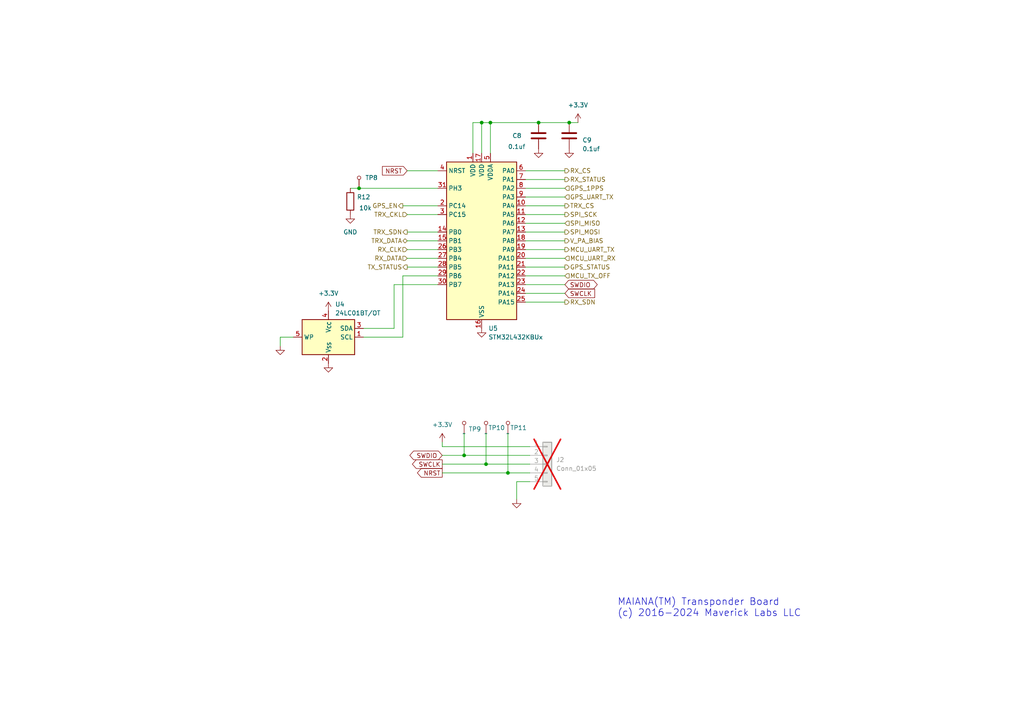
<source format=kicad_sch>
(kicad_sch
	(version 20231120)
	(generator "eeschema")
	(generator_version "8.0")
	(uuid "76d81f3b-8c90-4993-b8c9-9b8cb6759a8f")
	(paper "A4")
	(title_block
		(title "MCU")
		(date "2025-05-28")
		(rev "11.9.2")
		(company "GBC.ro")
	)
	(lib_symbols
		(symbol "Connector_Generic:Conn_01x05"
			(pin_names
				(offset 1.016) hide)
			(exclude_from_sim no)
			(in_bom yes)
			(on_board yes)
			(property "Reference" "J"
				(at 0 7.62 0)
				(effects
					(font
						(size 1.27 1.27)
					)
				)
			)
			(property "Value" "Conn_01x05"
				(at 0 -7.62 0)
				(effects
					(font
						(size 1.27 1.27)
					)
				)
			)
			(property "Footprint" ""
				(at 0 0 0)
				(effects
					(font
						(size 1.27 1.27)
					)
					(hide yes)
				)
			)
			(property "Datasheet" "~"
				(at 0 0 0)
				(effects
					(font
						(size 1.27 1.27)
					)
					(hide yes)
				)
			)
			(property "Description" "Generic connector, single row, 01x05, script generated (kicad-library-utils/schlib/autogen/connector/)"
				(at 0 0 0)
				(effects
					(font
						(size 1.27 1.27)
					)
					(hide yes)
				)
			)
			(property "ki_keywords" "connector"
				(at 0 0 0)
				(effects
					(font
						(size 1.27 1.27)
					)
					(hide yes)
				)
			)
			(property "ki_fp_filters" "Connector*:*_1x??_*"
				(at 0 0 0)
				(effects
					(font
						(size 1.27 1.27)
					)
					(hide yes)
				)
			)
			(symbol "Conn_01x05_1_1"
				(rectangle
					(start -1.27 -4.953)
					(end 0 -5.207)
					(stroke
						(width 0.1524)
						(type default)
					)
					(fill
						(type none)
					)
				)
				(rectangle
					(start -1.27 -2.413)
					(end 0 -2.667)
					(stroke
						(width 0.1524)
						(type default)
					)
					(fill
						(type none)
					)
				)
				(rectangle
					(start -1.27 0.127)
					(end 0 -0.127)
					(stroke
						(width 0.1524)
						(type default)
					)
					(fill
						(type none)
					)
				)
				(rectangle
					(start -1.27 2.667)
					(end 0 2.413)
					(stroke
						(width 0.1524)
						(type default)
					)
					(fill
						(type none)
					)
				)
				(rectangle
					(start -1.27 5.207)
					(end 0 4.953)
					(stroke
						(width 0.1524)
						(type default)
					)
					(fill
						(type none)
					)
				)
				(rectangle
					(start -1.27 6.35)
					(end 1.27 -6.35)
					(stroke
						(width 0.254)
						(type default)
					)
					(fill
						(type background)
					)
				)
				(pin passive line
					(at -5.08 5.08 0)
					(length 3.81)
					(name "Pin_1"
						(effects
							(font
								(size 1.27 1.27)
							)
						)
					)
					(number "1"
						(effects
							(font
								(size 1.27 1.27)
							)
						)
					)
				)
				(pin passive line
					(at -5.08 2.54 0)
					(length 3.81)
					(name "Pin_2"
						(effects
							(font
								(size 1.27 1.27)
							)
						)
					)
					(number "2"
						(effects
							(font
								(size 1.27 1.27)
							)
						)
					)
				)
				(pin passive line
					(at -5.08 0 0)
					(length 3.81)
					(name "Pin_3"
						(effects
							(font
								(size 1.27 1.27)
							)
						)
					)
					(number "3"
						(effects
							(font
								(size 1.27 1.27)
							)
						)
					)
				)
				(pin passive line
					(at -5.08 -2.54 0)
					(length 3.81)
					(name "Pin_4"
						(effects
							(font
								(size 1.27 1.27)
							)
						)
					)
					(number "4"
						(effects
							(font
								(size 1.27 1.27)
							)
						)
					)
				)
				(pin passive line
					(at -5.08 -5.08 0)
					(length 3.81)
					(name "Pin_5"
						(effects
							(font
								(size 1.27 1.27)
							)
						)
					)
					(number "5"
						(effects
							(font
								(size 1.27 1.27)
							)
						)
					)
				)
			)
		)
		(symbol "Device:C"
			(pin_numbers hide)
			(pin_names
				(offset 0.254)
			)
			(exclude_from_sim no)
			(in_bom yes)
			(on_board yes)
			(property "Reference" "C"
				(at 0.635 2.54 0)
				(effects
					(font
						(size 1.27 1.27)
					)
					(justify left)
				)
			)
			(property "Value" "C"
				(at 0.635 -2.54 0)
				(effects
					(font
						(size 1.27 1.27)
					)
					(justify left)
				)
			)
			(property "Footprint" ""
				(at 0.9652 -3.81 0)
				(effects
					(font
						(size 1.27 1.27)
					)
					(hide yes)
				)
			)
			(property "Datasheet" "~"
				(at 0 0 0)
				(effects
					(font
						(size 1.27 1.27)
					)
					(hide yes)
				)
			)
			(property "Description" "Unpolarized capacitor"
				(at 0 0 0)
				(effects
					(font
						(size 1.27 1.27)
					)
					(hide yes)
				)
			)
			(property "ki_keywords" "cap capacitor"
				(at 0 0 0)
				(effects
					(font
						(size 1.27 1.27)
					)
					(hide yes)
				)
			)
			(property "ki_fp_filters" "C_*"
				(at 0 0 0)
				(effects
					(font
						(size 1.27 1.27)
					)
					(hide yes)
				)
			)
			(symbol "C_0_1"
				(polyline
					(pts
						(xy -2.032 -0.762) (xy 2.032 -0.762)
					)
					(stroke
						(width 0.508)
						(type default)
					)
					(fill
						(type none)
					)
				)
				(polyline
					(pts
						(xy -2.032 0.762) (xy 2.032 0.762)
					)
					(stroke
						(width 0.508)
						(type default)
					)
					(fill
						(type none)
					)
				)
			)
			(symbol "C_1_1"
				(pin passive line
					(at 0 3.81 270)
					(length 2.794)
					(name "~"
						(effects
							(font
								(size 1.27 1.27)
							)
						)
					)
					(number "1"
						(effects
							(font
								(size 1.27 1.27)
							)
						)
					)
				)
				(pin passive line
					(at 0 -3.81 90)
					(length 2.794)
					(name "~"
						(effects
							(font
								(size 1.27 1.27)
							)
						)
					)
					(number "2"
						(effects
							(font
								(size 1.27 1.27)
							)
						)
					)
				)
			)
		)
		(symbol "Device:R"
			(pin_numbers hide)
			(pin_names
				(offset 0)
			)
			(exclude_from_sim no)
			(in_bom yes)
			(on_board yes)
			(property "Reference" "R"
				(at 2.032 0 90)
				(effects
					(font
						(size 1.27 1.27)
					)
				)
			)
			(property "Value" "R"
				(at 0 0 90)
				(effects
					(font
						(size 1.27 1.27)
					)
				)
			)
			(property "Footprint" ""
				(at -1.778 0 90)
				(effects
					(font
						(size 1.27 1.27)
					)
					(hide yes)
				)
			)
			(property "Datasheet" "~"
				(at 0 0 0)
				(effects
					(font
						(size 1.27 1.27)
					)
					(hide yes)
				)
			)
			(property "Description" "Resistor"
				(at 0 0 0)
				(effects
					(font
						(size 1.27 1.27)
					)
					(hide yes)
				)
			)
			(property "ki_keywords" "R res resistor"
				(at 0 0 0)
				(effects
					(font
						(size 1.27 1.27)
					)
					(hide yes)
				)
			)
			(property "ki_fp_filters" "R_*"
				(at 0 0 0)
				(effects
					(font
						(size 1.27 1.27)
					)
					(hide yes)
				)
			)
			(symbol "R_0_1"
				(rectangle
					(start -1.016 -2.54)
					(end 1.016 2.54)
					(stroke
						(width 0.254)
						(type default)
					)
					(fill
						(type none)
					)
				)
			)
			(symbol "R_1_1"
				(pin passive line
					(at 0 3.81 270)
					(length 1.27)
					(name "~"
						(effects
							(font
								(size 1.27 1.27)
							)
						)
					)
					(number "1"
						(effects
							(font
								(size 1.27 1.27)
							)
						)
					)
				)
				(pin passive line
					(at 0 -3.81 90)
					(length 1.27)
					(name "~"
						(effects
							(font
								(size 1.27 1.27)
							)
						)
					)
					(number "2"
						(effects
							(font
								(size 1.27 1.27)
							)
						)
					)
				)
			)
		)
		(symbol "MCU_ST_STM32L4:STM32L432KBUx"
			(exclude_from_sim no)
			(in_bom yes)
			(on_board yes)
			(property "Reference" "U"
				(at -10.16 24.13 0)
				(effects
					(font
						(size 1.27 1.27)
					)
					(justify left)
				)
			)
			(property "Value" "STM32L432KBUx"
				(at 5.08 24.13 0)
				(effects
					(font
						(size 1.27 1.27)
					)
					(justify left)
				)
			)
			(property "Footprint" "Package_DFN_QFN:QFN-32-1EP_5x5mm_P0.5mm_EP3.45x3.45mm"
				(at -10.16 -22.86 0)
				(effects
					(font
						(size 1.27 1.27)
					)
					(justify right)
					(hide yes)
				)
			)
			(property "Datasheet" "https://www.st.com/resource/en/datasheet/stm32l432kb.pdf"
				(at 0 0 0)
				(effects
					(font
						(size 1.27 1.27)
					)
					(hide yes)
				)
			)
			(property "Description" "STMicroelectronics Arm Cortex-M4 MCU, 128KB flash, 64KB RAM, 80 MHz, 1.71-3.6V, 26 GPIO, UFQFPN32"
				(at 0 0 0)
				(effects
					(font
						(size 1.27 1.27)
					)
					(hide yes)
				)
			)
			(property "ki_locked" ""
				(at 0 0 0)
				(effects
					(font
						(size 1.27 1.27)
					)
				)
			)
			(property "ki_keywords" "Arm Cortex-M4 STM32L4 STM32L4x2"
				(at 0 0 0)
				(effects
					(font
						(size 1.27 1.27)
					)
					(hide yes)
				)
			)
			(property "ki_fp_filters" "QFN*1EP*5x5mm*P0.5mm*"
				(at 0 0 0)
				(effects
					(font
						(size 1.27 1.27)
					)
					(hide yes)
				)
			)
			(symbol "STM32L432KBUx_0_1"
				(rectangle
					(start -10.16 -22.86)
					(end 10.16 22.86)
					(stroke
						(width 0.254)
						(type default)
					)
					(fill
						(type background)
					)
				)
			)
			(symbol "STM32L432KBUx_1_1"
				(pin power_in line
					(at -2.54 25.4 270)
					(length 2.54)
					(name "VDD"
						(effects
							(font
								(size 1.27 1.27)
							)
						)
					)
					(number "1"
						(effects
							(font
								(size 1.27 1.27)
							)
						)
					)
				)
				(pin bidirectional line
					(at 12.7 10.16 180)
					(length 2.54)
					(name "PA4"
						(effects
							(font
								(size 1.27 1.27)
							)
						)
					)
					(number "10"
						(effects
							(font
								(size 1.27 1.27)
							)
						)
					)
					(alternate "ADC1_IN9" bidirectional line)
					(alternate "COMP1_INM" bidirectional line)
					(alternate "COMP2_INM" bidirectional line)
					(alternate "DAC1_OUT1" bidirectional line)
					(alternate "LPTIM2_OUT" bidirectional line)
					(alternate "SAI1_FS_B" bidirectional line)
					(alternate "SPI1_NSS" bidirectional line)
					(alternate "SPI3_NSS" bidirectional line)
					(alternate "USART2_CK" bidirectional line)
				)
				(pin bidirectional line
					(at 12.7 7.62 180)
					(length 2.54)
					(name "PA5"
						(effects
							(font
								(size 1.27 1.27)
							)
						)
					)
					(number "11"
						(effects
							(font
								(size 1.27 1.27)
							)
						)
					)
					(alternate "ADC1_IN10" bidirectional line)
					(alternate "COMP1_INM" bidirectional line)
					(alternate "COMP2_INM" bidirectional line)
					(alternate "DAC1_OUT2" bidirectional line)
					(alternate "LPTIM2_ETR" bidirectional line)
					(alternate "SPI1_SCK" bidirectional line)
					(alternate "TIM2_CH1" bidirectional line)
					(alternate "TIM2_ETR" bidirectional line)
				)
				(pin bidirectional line
					(at 12.7 5.08 180)
					(length 2.54)
					(name "PA6"
						(effects
							(font
								(size 1.27 1.27)
							)
						)
					)
					(number "12"
						(effects
							(font
								(size 1.27 1.27)
							)
						)
					)
					(alternate "ADC1_IN11" bidirectional line)
					(alternate "COMP1_OUT" bidirectional line)
					(alternate "LPUART1_CTS" bidirectional line)
					(alternate "QUADSPI_BK1_IO3" bidirectional line)
					(alternate "SPI1_MISO" bidirectional line)
					(alternate "TIM16_CH1" bidirectional line)
					(alternate "TIM1_BKIN" bidirectional line)
					(alternate "TIM1_BKIN_COMP2" bidirectional line)
				)
				(pin bidirectional line
					(at 12.7 2.54 180)
					(length 2.54)
					(name "PA7"
						(effects
							(font
								(size 1.27 1.27)
							)
						)
					)
					(number "13"
						(effects
							(font
								(size 1.27 1.27)
							)
						)
					)
					(alternate "ADC1_IN12" bidirectional line)
					(alternate "COMP2_OUT" bidirectional line)
					(alternate "I2C3_SCL" bidirectional line)
					(alternate "QUADSPI_BK1_IO2" bidirectional line)
					(alternate "SPI1_MOSI" bidirectional line)
					(alternate "TIM1_CH1N" bidirectional line)
				)
				(pin bidirectional line
					(at -12.7 2.54 0)
					(length 2.54)
					(name "PB0"
						(effects
							(font
								(size 1.27 1.27)
							)
						)
					)
					(number "14"
						(effects
							(font
								(size 1.27 1.27)
							)
						)
					)
					(alternate "ADC1_IN15" bidirectional line)
					(alternate "COMP1_OUT" bidirectional line)
					(alternate "QUADSPI_BK1_IO1" bidirectional line)
					(alternate "SAI1_EXTCLK" bidirectional line)
					(alternate "SPI1_NSS" bidirectional line)
					(alternate "TIM1_CH2N" bidirectional line)
				)
				(pin bidirectional line
					(at -12.7 0 0)
					(length 2.54)
					(name "PB1"
						(effects
							(font
								(size 1.27 1.27)
							)
						)
					)
					(number "15"
						(effects
							(font
								(size 1.27 1.27)
							)
						)
					)
					(alternate "ADC1_IN16" bidirectional line)
					(alternate "COMP1_INM" bidirectional line)
					(alternate "LPTIM2_IN1" bidirectional line)
					(alternate "LPUART1_DE" bidirectional line)
					(alternate "LPUART1_RTS" bidirectional line)
					(alternate "QUADSPI_BK1_IO0" bidirectional line)
					(alternate "TIM1_CH3N" bidirectional line)
				)
				(pin power_in line
					(at 0 -25.4 90)
					(length 2.54)
					(name "VSS"
						(effects
							(font
								(size 1.27 1.27)
							)
						)
					)
					(number "16"
						(effects
							(font
								(size 1.27 1.27)
							)
						)
					)
				)
				(pin power_in line
					(at 0 25.4 270)
					(length 2.54)
					(name "VDD"
						(effects
							(font
								(size 1.27 1.27)
							)
						)
					)
					(number "17"
						(effects
							(font
								(size 1.27 1.27)
							)
						)
					)
				)
				(pin bidirectional line
					(at 12.7 0 180)
					(length 2.54)
					(name "PA8"
						(effects
							(font
								(size 1.27 1.27)
							)
						)
					)
					(number "18"
						(effects
							(font
								(size 1.27 1.27)
							)
						)
					)
					(alternate "LPTIM2_OUT" bidirectional line)
					(alternate "RCC_MCO" bidirectional line)
					(alternate "SAI1_SCK_A" bidirectional line)
					(alternate "SWPMI1_IO" bidirectional line)
					(alternate "TIM1_CH1" bidirectional line)
					(alternate "USART1_CK" bidirectional line)
				)
				(pin bidirectional line
					(at 12.7 -2.54 180)
					(length 2.54)
					(name "PA9"
						(effects
							(font
								(size 1.27 1.27)
							)
						)
					)
					(number "19"
						(effects
							(font
								(size 1.27 1.27)
							)
						)
					)
					(alternate "DAC1_EXTI9" bidirectional line)
					(alternate "I2C1_SCL" bidirectional line)
					(alternate "SAI1_FS_A" bidirectional line)
					(alternate "TIM15_BKIN" bidirectional line)
					(alternate "TIM1_CH2" bidirectional line)
					(alternate "USART1_TX" bidirectional line)
				)
				(pin bidirectional line
					(at -12.7 10.16 0)
					(length 2.54)
					(name "PC14"
						(effects
							(font
								(size 1.27 1.27)
							)
						)
					)
					(number "2"
						(effects
							(font
								(size 1.27 1.27)
							)
						)
					)
					(alternate "RCC_OSC32_IN" bidirectional line)
				)
				(pin bidirectional line
					(at 12.7 -5.08 180)
					(length 2.54)
					(name "PA10"
						(effects
							(font
								(size 1.27 1.27)
							)
						)
					)
					(number "20"
						(effects
							(font
								(size 1.27 1.27)
							)
						)
					)
					(alternate "CRS_SYNC" bidirectional line)
					(alternate "I2C1_SDA" bidirectional line)
					(alternate "SAI1_SD_A" bidirectional line)
					(alternate "TIM1_CH3" bidirectional line)
					(alternate "USART1_RX" bidirectional line)
				)
				(pin bidirectional line
					(at 12.7 -7.62 180)
					(length 2.54)
					(name "PA11"
						(effects
							(font
								(size 1.27 1.27)
							)
						)
					)
					(number "21"
						(effects
							(font
								(size 1.27 1.27)
							)
						)
					)
					(alternate "ADC1_EXTI11" bidirectional line)
					(alternate "CAN1_RX" bidirectional line)
					(alternate "COMP1_OUT" bidirectional line)
					(alternate "SPI1_MISO" bidirectional line)
					(alternate "TIM1_BKIN2" bidirectional line)
					(alternate "TIM1_BKIN2_COMP1" bidirectional line)
					(alternate "TIM1_CH4" bidirectional line)
					(alternate "USART1_CTS" bidirectional line)
					(alternate "USB_DM" bidirectional line)
				)
				(pin bidirectional line
					(at 12.7 -10.16 180)
					(length 2.54)
					(name "PA12"
						(effects
							(font
								(size 1.27 1.27)
							)
						)
					)
					(number "22"
						(effects
							(font
								(size 1.27 1.27)
							)
						)
					)
					(alternate "CAN1_TX" bidirectional line)
					(alternate "SPI1_MOSI" bidirectional line)
					(alternate "TIM1_ETR" bidirectional line)
					(alternate "USART1_DE" bidirectional line)
					(alternate "USART1_RTS" bidirectional line)
					(alternate "USB_DP" bidirectional line)
				)
				(pin bidirectional line
					(at 12.7 -12.7 180)
					(length 2.54)
					(name "PA13"
						(effects
							(font
								(size 1.27 1.27)
							)
						)
					)
					(number "23"
						(effects
							(font
								(size 1.27 1.27)
							)
						)
					)
					(alternate "IR_OUT" bidirectional line)
					(alternate "SAI1_SD_B" bidirectional line)
					(alternate "SWPMI1_TX" bidirectional line)
					(alternate "SYS_JTMS-SWDIO" bidirectional line)
					(alternate "USB_NOE" bidirectional line)
				)
				(pin bidirectional line
					(at 12.7 -15.24 180)
					(length 2.54)
					(name "PA14"
						(effects
							(font
								(size 1.27 1.27)
							)
						)
					)
					(number "24"
						(effects
							(font
								(size 1.27 1.27)
							)
						)
					)
					(alternate "I2C1_SMBA" bidirectional line)
					(alternate "LPTIM1_OUT" bidirectional line)
					(alternate "SAI1_FS_B" bidirectional line)
					(alternate "SWPMI1_RX" bidirectional line)
					(alternate "SYS_JTCK-SWCLK" bidirectional line)
				)
				(pin bidirectional line
					(at 12.7 -17.78 180)
					(length 2.54)
					(name "PA15"
						(effects
							(font
								(size 1.27 1.27)
							)
						)
					)
					(number "25"
						(effects
							(font
								(size 1.27 1.27)
							)
						)
					)
					(alternate "ADC1_EXTI15" bidirectional line)
					(alternate "SPI1_NSS" bidirectional line)
					(alternate "SPI3_NSS" bidirectional line)
					(alternate "SWPMI1_SUSPEND" bidirectional line)
					(alternate "SYS_JTDI" bidirectional line)
					(alternate "TIM2_CH1" bidirectional line)
					(alternate "TIM2_ETR" bidirectional line)
					(alternate "USART2_RX" bidirectional line)
				)
				(pin bidirectional line
					(at -12.7 -2.54 0)
					(length 2.54)
					(name "PB3"
						(effects
							(font
								(size 1.27 1.27)
							)
						)
					)
					(number "26"
						(effects
							(font
								(size 1.27 1.27)
							)
						)
					)
					(alternate "COMP2_INM" bidirectional line)
					(alternate "SAI1_SCK_B" bidirectional line)
					(alternate "SPI1_SCK" bidirectional line)
					(alternate "SPI3_SCK" bidirectional line)
					(alternate "SYS_JTDO-SWO" bidirectional line)
					(alternate "TIM2_CH2" bidirectional line)
					(alternate "USART1_DE" bidirectional line)
					(alternate "USART1_RTS" bidirectional line)
				)
				(pin bidirectional line
					(at -12.7 -5.08 0)
					(length 2.54)
					(name "PB4"
						(effects
							(font
								(size 1.27 1.27)
							)
						)
					)
					(number "27"
						(effects
							(font
								(size 1.27 1.27)
							)
						)
					)
					(alternate "COMP2_INP" bidirectional line)
					(alternate "I2C3_SDA" bidirectional line)
					(alternate "SAI1_MCLK_B" bidirectional line)
					(alternate "SPI1_MISO" bidirectional line)
					(alternate "SPI3_MISO" bidirectional line)
					(alternate "SYS_JTRST" bidirectional line)
					(alternate "TSC_G2_IO1" bidirectional line)
					(alternate "USART1_CTS" bidirectional line)
				)
				(pin bidirectional line
					(at -12.7 -7.62 0)
					(length 2.54)
					(name "PB5"
						(effects
							(font
								(size 1.27 1.27)
							)
						)
					)
					(number "28"
						(effects
							(font
								(size 1.27 1.27)
							)
						)
					)
					(alternate "COMP2_OUT" bidirectional line)
					(alternate "I2C1_SMBA" bidirectional line)
					(alternate "LPTIM1_IN1" bidirectional line)
					(alternate "SAI1_SD_B" bidirectional line)
					(alternate "SPI1_MOSI" bidirectional line)
					(alternate "SPI3_MOSI" bidirectional line)
					(alternate "TIM16_BKIN" bidirectional line)
					(alternate "TSC_G2_IO2" bidirectional line)
					(alternate "USART1_CK" bidirectional line)
				)
				(pin bidirectional line
					(at -12.7 -10.16 0)
					(length 2.54)
					(name "PB6"
						(effects
							(font
								(size 1.27 1.27)
							)
						)
					)
					(number "29"
						(effects
							(font
								(size 1.27 1.27)
							)
						)
					)
					(alternate "COMP2_INP" bidirectional line)
					(alternate "I2C1_SCL" bidirectional line)
					(alternate "LPTIM1_ETR" bidirectional line)
					(alternate "SAI1_FS_B" bidirectional line)
					(alternate "TIM16_CH1N" bidirectional line)
					(alternate "TSC_G2_IO3" bidirectional line)
					(alternate "USART1_TX" bidirectional line)
				)
				(pin bidirectional line
					(at -12.7 7.62 0)
					(length 2.54)
					(name "PC15"
						(effects
							(font
								(size 1.27 1.27)
							)
						)
					)
					(number "3"
						(effects
							(font
								(size 1.27 1.27)
							)
						)
					)
					(alternate "ADC1_EXTI15" bidirectional line)
					(alternate "RCC_OSC32_OUT" bidirectional line)
				)
				(pin bidirectional line
					(at -12.7 -12.7 0)
					(length 2.54)
					(name "PB7"
						(effects
							(font
								(size 1.27 1.27)
							)
						)
					)
					(number "30"
						(effects
							(font
								(size 1.27 1.27)
							)
						)
					)
					(alternate "COMP2_INM" bidirectional line)
					(alternate "I2C1_SDA" bidirectional line)
					(alternate "LPTIM1_IN2" bidirectional line)
					(alternate "SYS_PVD_IN" bidirectional line)
					(alternate "TSC_G2_IO4" bidirectional line)
					(alternate "USART1_RX" bidirectional line)
				)
				(pin bidirectional line
					(at -12.7 15.24 0)
					(length 2.54)
					(name "PH3"
						(effects
							(font
								(size 1.27 1.27)
							)
						)
					)
					(number "31"
						(effects
							(font
								(size 1.27 1.27)
							)
						)
					)
				)
				(pin passive line
					(at 0 -25.4 90)
					(length 2.54) hide
					(name "VSS"
						(effects
							(font
								(size 1.27 1.27)
							)
						)
					)
					(number "32"
						(effects
							(font
								(size 1.27 1.27)
							)
						)
					)
				)
				(pin passive line
					(at 0 -25.4 90)
					(length 2.54) hide
					(name "VSS"
						(effects
							(font
								(size 1.27 1.27)
							)
						)
					)
					(number "33"
						(effects
							(font
								(size 1.27 1.27)
							)
						)
					)
				)
				(pin input line
					(at -12.7 20.32 0)
					(length 2.54)
					(name "NRST"
						(effects
							(font
								(size 1.27 1.27)
							)
						)
					)
					(number "4"
						(effects
							(font
								(size 1.27 1.27)
							)
						)
					)
				)
				(pin power_in line
					(at 2.54 25.4 270)
					(length 2.54)
					(name "VDDA"
						(effects
							(font
								(size 1.27 1.27)
							)
						)
					)
					(number "5"
						(effects
							(font
								(size 1.27 1.27)
							)
						)
					)
				)
				(pin bidirectional line
					(at 12.7 20.32 180)
					(length 2.54)
					(name "PA0"
						(effects
							(font
								(size 1.27 1.27)
							)
						)
					)
					(number "6"
						(effects
							(font
								(size 1.27 1.27)
							)
						)
					)
					(alternate "ADC1_IN5" bidirectional line)
					(alternate "COMP1_INM" bidirectional line)
					(alternate "COMP1_OUT" bidirectional line)
					(alternate "OPAMP1_VINP" bidirectional line)
					(alternate "RCC_CK_IN" bidirectional line)
					(alternate "RTC_TAMP2" bidirectional line)
					(alternate "SAI1_EXTCLK" bidirectional line)
					(alternate "SYS_WKUP1" bidirectional line)
					(alternate "TIM2_CH1" bidirectional line)
					(alternate "TIM2_ETR" bidirectional line)
					(alternate "USART2_CTS" bidirectional line)
				)
				(pin bidirectional line
					(at 12.7 17.78 180)
					(length 2.54)
					(name "PA1"
						(effects
							(font
								(size 1.27 1.27)
							)
						)
					)
					(number "7"
						(effects
							(font
								(size 1.27 1.27)
							)
						)
					)
					(alternate "ADC1_IN6" bidirectional line)
					(alternate "COMP1_INP" bidirectional line)
					(alternate "I2C1_SMBA" bidirectional line)
					(alternate "OPAMP1_VINM" bidirectional line)
					(alternate "SPI1_SCK" bidirectional line)
					(alternate "TIM15_CH1N" bidirectional line)
					(alternate "TIM2_CH2" bidirectional line)
					(alternate "USART2_DE" bidirectional line)
					(alternate "USART2_RTS" bidirectional line)
				)
				(pin bidirectional line
					(at 12.7 15.24 180)
					(length 2.54)
					(name "PA2"
						(effects
							(font
								(size 1.27 1.27)
							)
						)
					)
					(number "8"
						(effects
							(font
								(size 1.27 1.27)
							)
						)
					)
					(alternate "ADC1_IN7" bidirectional line)
					(alternate "COMP2_INM" bidirectional line)
					(alternate "COMP2_OUT" bidirectional line)
					(alternate "LPUART1_TX" bidirectional line)
					(alternate "QUADSPI_BK1_NCS" bidirectional line)
					(alternate "RCC_LSCO" bidirectional line)
					(alternate "SYS_WKUP4" bidirectional line)
					(alternate "TIM15_CH1" bidirectional line)
					(alternate "TIM2_CH3" bidirectional line)
					(alternate "USART2_TX" bidirectional line)
				)
				(pin bidirectional line
					(at 12.7 12.7 180)
					(length 2.54)
					(name "PA3"
						(effects
							(font
								(size 1.27 1.27)
							)
						)
					)
					(number "9"
						(effects
							(font
								(size 1.27 1.27)
							)
						)
					)
					(alternate "ADC1_IN8" bidirectional line)
					(alternate "COMP2_INP" bidirectional line)
					(alternate "LPUART1_RX" bidirectional line)
					(alternate "OPAMP1_VOUT" bidirectional line)
					(alternate "QUADSPI_CLK" bidirectional line)
					(alternate "SAI1_MCLK_A" bidirectional line)
					(alternate "TIM15_CH2" bidirectional line)
					(alternate "TIM2_CH4" bidirectional line)
					(alternate "USART2_RX" bidirectional line)
				)
			)
		)
		(symbol "Memory_EEPROM:24AA02-OT"
			(exclude_from_sim no)
			(in_bom yes)
			(on_board yes)
			(property "Reference" "U"
				(at -7.62 6.35 0)
				(effects
					(font
						(size 1.27 1.27)
					)
				)
			)
			(property "Value" "24AA02-OT"
				(at 2.54 -6.35 0)
				(effects
					(font
						(size 1.27 1.27)
					)
					(justify left)
				)
			)
			(property "Footprint" "Package_TO_SOT_SMD:SOT-23-5"
				(at 0 0 0)
				(effects
					(font
						(size 1.27 1.27)
					)
					(hide yes)
				)
			)
			(property "Datasheet" "http://ww1.microchip.com/downloads/en/DeviceDoc/21709J.pdf"
				(at 0 0 0)
				(effects
					(font
						(size 1.27 1.27)
					)
					(hide yes)
				)
			)
			(property "Description" "I2C Serial EEPROM, 2Kb, SOT-23"
				(at 0 0 0)
				(effects
					(font
						(size 1.27 1.27)
					)
					(hide yes)
				)
			)
			(property "ki_keywords" "I2C Serial EEPROM"
				(at 0 0 0)
				(effects
					(font
						(size 1.27 1.27)
					)
					(hide yes)
				)
			)
			(property "ki_fp_filters" "SOT?23*"
				(at 0 0 0)
				(effects
					(font
						(size 1.27 1.27)
					)
					(hide yes)
				)
			)
			(symbol "24AA02-OT_1_1"
				(rectangle
					(start -7.62 5.08)
					(end 7.62 -5.08)
					(stroke
						(width 0.254)
						(type default)
					)
					(fill
						(type background)
					)
				)
				(pin input line
					(at 10.16 0 180)
					(length 2.54)
					(name "SCL"
						(effects
							(font
								(size 1.27 1.27)
							)
						)
					)
					(number "1"
						(effects
							(font
								(size 1.27 1.27)
							)
						)
					)
				)
				(pin power_in line
					(at 0 -7.62 90)
					(length 2.54)
					(name "V_{SS}"
						(effects
							(font
								(size 1.27 1.27)
							)
						)
					)
					(number "2"
						(effects
							(font
								(size 1.27 1.27)
							)
						)
					)
				)
				(pin bidirectional line
					(at 10.16 2.54 180)
					(length 2.54)
					(name "SDA"
						(effects
							(font
								(size 1.27 1.27)
							)
						)
					)
					(number "3"
						(effects
							(font
								(size 1.27 1.27)
							)
						)
					)
				)
				(pin power_in line
					(at 0 7.62 270)
					(length 2.54)
					(name "V_{CC}"
						(effects
							(font
								(size 1.27 1.27)
							)
						)
					)
					(number "4"
						(effects
							(font
								(size 1.27 1.27)
							)
						)
					)
				)
				(pin input line
					(at -10.16 0 0)
					(length 2.54)
					(name "WP"
						(effects
							(font
								(size 1.27 1.27)
							)
						)
					)
					(number "5"
						(effects
							(font
								(size 1.27 1.27)
							)
						)
					)
				)
			)
		)
		(symbol "TestPads:TestPad-D1.2mm"
			(exclude_from_sim no)
			(in_bom yes)
			(on_board yes)
			(property "Reference" "TP"
				(at 1.27 4.826 0)
				(effects
					(font
						(size 1.27 1.27)
					)
				)
			)
			(property "Value" ""
				(at 0 0 0)
				(effects
					(font
						(size 1.27 1.27)
					)
				)
			)
			(property "Footprint" "TestPads:TP_1.2MM"
				(at 0 0 0)
				(effects
					(font
						(size 1.27 1.27)
					)
					(hide yes)
				)
			)
			(property "Datasheet" ""
				(at 0 0 0)
				(effects
					(font
						(size 1.27 1.27)
					)
					(hide yes)
				)
			)
			(property "Description" ""
				(at 0 0 0)
				(effects
					(font
						(size 1.27 1.27)
					)
					(hide yes)
				)
			)
			(symbol "TestPad-D1.2mm_0_1"
				(circle
					(center 0 3.048)
					(radius 0.508)
					(stroke
						(width 0)
						(type default)
					)
					(fill
						(type none)
					)
				)
			)
			(symbol "TestPad-D1.2mm_1_1"
				(pin passive line
					(at 0 0 90)
					(length 2.54)
					(name "P"
						(effects
							(font
								(size 0 0)
							)
						)
					)
					(number "1"
						(effects
							(font
								(size 0 0)
							)
						)
					)
				)
			)
		)
		(symbol "power:+3.3V"
			(power)
			(pin_names
				(offset 0)
			)
			(exclude_from_sim no)
			(in_bom yes)
			(on_board yes)
			(property "Reference" "#PWR"
				(at 0 -3.81 0)
				(effects
					(font
						(size 1.27 1.27)
					)
					(hide yes)
				)
			)
			(property "Value" "+3.3V"
				(at 0 3.556 0)
				(effects
					(font
						(size 1.27 1.27)
					)
				)
			)
			(property "Footprint" ""
				(at 0 0 0)
				(effects
					(font
						(size 1.27 1.27)
					)
					(hide yes)
				)
			)
			(property "Datasheet" ""
				(at 0 0 0)
				(effects
					(font
						(size 1.27 1.27)
					)
					(hide yes)
				)
			)
			(property "Description" "Power symbol creates a global label with name \"+3.3V\""
				(at 0 0 0)
				(effects
					(font
						(size 1.27 1.27)
					)
					(hide yes)
				)
			)
			(property "ki_keywords" "global power"
				(at 0 0 0)
				(effects
					(font
						(size 1.27 1.27)
					)
					(hide yes)
				)
			)
			(symbol "+3.3V_0_1"
				(polyline
					(pts
						(xy -0.762 1.27) (xy 0 2.54)
					)
					(stroke
						(width 0)
						(type default)
					)
					(fill
						(type none)
					)
				)
				(polyline
					(pts
						(xy 0 0) (xy 0 2.54)
					)
					(stroke
						(width 0)
						(type default)
					)
					(fill
						(type none)
					)
				)
				(polyline
					(pts
						(xy 0 2.54) (xy 0.762 1.27)
					)
					(stroke
						(width 0)
						(type default)
					)
					(fill
						(type none)
					)
				)
			)
			(symbol "+3.3V_1_1"
				(pin power_in line
					(at 0 0 90)
					(length 0) hide
					(name "+3.3V"
						(effects
							(font
								(size 1.27 1.27)
							)
						)
					)
					(number "1"
						(effects
							(font
								(size 1.27 1.27)
							)
						)
					)
				)
			)
		)
		(symbol "power:GND"
			(power)
			(pin_names
				(offset 0)
			)
			(exclude_from_sim no)
			(in_bom yes)
			(on_board yes)
			(property "Reference" "#PWR"
				(at 0 -6.35 0)
				(effects
					(font
						(size 1.27 1.27)
					)
					(hide yes)
				)
			)
			(property "Value" "GND"
				(at 0 -3.81 0)
				(effects
					(font
						(size 1.27 1.27)
					)
				)
			)
			(property "Footprint" ""
				(at 0 0 0)
				(effects
					(font
						(size 1.27 1.27)
					)
					(hide yes)
				)
			)
			(property "Datasheet" ""
				(at 0 0 0)
				(effects
					(font
						(size 1.27 1.27)
					)
					(hide yes)
				)
			)
			(property "Description" "Power symbol creates a global label with name \"GND\" , ground"
				(at 0 0 0)
				(effects
					(font
						(size 1.27 1.27)
					)
					(hide yes)
				)
			)
			(property "ki_keywords" "global power"
				(at 0 0 0)
				(effects
					(font
						(size 1.27 1.27)
					)
					(hide yes)
				)
			)
			(symbol "GND_0_1"
				(polyline
					(pts
						(xy 0 0) (xy 0 -1.27) (xy 1.27 -1.27) (xy 0 -2.54) (xy -1.27 -1.27) (xy 0 -1.27)
					)
					(stroke
						(width 0)
						(type default)
					)
					(fill
						(type none)
					)
				)
			)
			(symbol "GND_1_1"
				(pin power_in line
					(at 0 0 270)
					(length 0) hide
					(name "GND"
						(effects
							(font
								(size 1.27 1.27)
							)
						)
					)
					(number "1"
						(effects
							(font
								(size 1.27 1.27)
							)
						)
					)
				)
			)
		)
	)
	(junction
		(at 156.21 35.56)
		(diameter 0)
		(color 0 0 0 0)
		(uuid "44c08f30-2be3-41bc-8373-ba9e65cc6439")
	)
	(junction
		(at 104.14 54.61)
		(diameter 0)
		(color 0 0 0 0)
		(uuid "965dcc26-b92f-4f02-bc74-f4769eb64767")
	)
	(junction
		(at 147.32 137.16)
		(diameter 0)
		(color 0 0 0 0)
		(uuid "b5ec8fd4-b9ac-476e-a1f8-0475db2ceae9")
	)
	(junction
		(at 142.24 35.56)
		(diameter 0)
		(color 0 0 0 0)
		(uuid "c0be7f0b-eaf2-442a-98ea-5695c33cf74e")
	)
	(junction
		(at 134.62 132.08)
		(diameter 0)
		(color 0 0 0 0)
		(uuid "cae61e1e-1e46-42b9-aca6-b45478285c19")
	)
	(junction
		(at 165.1 35.56)
		(diameter 0)
		(color 0 0 0 0)
		(uuid "e30b46bb-2acd-4ac5-9837-678a29ff56cf")
	)
	(junction
		(at 139.7 35.56)
		(diameter 0)
		(color 0 0 0 0)
		(uuid "f1fc30ec-d1b1-4b3c-90e7-81aa2de076a1")
	)
	(junction
		(at 140.97 134.62)
		(diameter 0)
		(color 0 0 0 0)
		(uuid "ff1ed9f5-9a47-4929-9ca6-2f9f39441c8e")
	)
	(wire
		(pts
			(xy 116.84 97.79) (xy 116.84 80.01)
		)
		(stroke
			(width 0)
			(type default)
		)
		(uuid "017258cd-0f49-4729-9649-880a7656ee0c")
	)
	(wire
		(pts
			(xy 140.97 125.73) (xy 140.97 134.62)
		)
		(stroke
			(width 0)
			(type default)
		)
		(uuid "01991402-1240-43fc-99b5-02fbaca5d4ad")
	)
	(wire
		(pts
			(xy 152.4 69.85) (xy 163.83 69.85)
		)
		(stroke
			(width 0)
			(type default)
		)
		(uuid "027646ac-febb-4f28-9b29-953f044e4627")
	)
	(wire
		(pts
			(xy 147.32 125.73) (xy 147.32 137.16)
		)
		(stroke
			(width 0)
			(type default)
		)
		(uuid "07f43f83-ca49-4050-aca7-516a519114f6")
	)
	(wire
		(pts
			(xy 128.27 129.54) (xy 128.27 128.27)
		)
		(stroke
			(width 0)
			(type default)
		)
		(uuid "0a2bb1f5-8809-4190-a180-f9f682e389f4")
	)
	(wire
		(pts
			(xy 153.67 139.7) (xy 149.86 139.7)
		)
		(stroke
			(width 0)
			(type default)
		)
		(uuid "0baa8040-37e3-4b6d-897d-824df3f949b7")
	)
	(wire
		(pts
			(xy 118.11 49.53) (xy 127 49.53)
		)
		(stroke
			(width 0)
			(type default)
		)
		(uuid "1c456310-e467-49e7-b841-b7e42fbfe781")
	)
	(wire
		(pts
			(xy 152.4 72.39) (xy 163.83 72.39)
		)
		(stroke
			(width 0)
			(type default)
		)
		(uuid "24fe7a69-1407-4786-87c4-9ee26ceacbc8")
	)
	(wire
		(pts
			(xy 101.6 54.61) (xy 104.14 54.61)
		)
		(stroke
			(width 0)
			(type default)
		)
		(uuid "26cde64c-2454-482e-8c81-70a384a23f7e")
	)
	(wire
		(pts
			(xy 140.97 134.62) (xy 153.67 134.62)
		)
		(stroke
			(width 0)
			(type default)
		)
		(uuid "2b66c423-cc94-446c-ad20-655a90ace5e9")
	)
	(wire
		(pts
			(xy 137.16 35.56) (xy 137.16 44.45)
		)
		(stroke
			(width 0)
			(type default)
		)
		(uuid "2e713ee5-80a5-477d-a261-94b279971f18")
	)
	(wire
		(pts
			(xy 152.4 87.63) (xy 163.83 87.63)
		)
		(stroke
			(width 0)
			(type default)
		)
		(uuid "3528e045-0e62-42c9-b2de-b543a76fb05f")
	)
	(wire
		(pts
			(xy 152.4 80.01) (xy 163.83 80.01)
		)
		(stroke
			(width 0)
			(type default)
		)
		(uuid "365c2a5a-e446-45d3-a2bb-b34bd38c7f91")
	)
	(wire
		(pts
			(xy 105.41 97.79) (xy 116.84 97.79)
		)
		(stroke
			(width 0)
			(type default)
		)
		(uuid "3a8a92f4-c06b-4eb7-9ae4-40f9149cb784")
	)
	(wire
		(pts
			(xy 152.4 52.07) (xy 163.83 52.07)
		)
		(stroke
			(width 0)
			(type default)
		)
		(uuid "4469b833-7d05-4cc0-8bc4-ead3e28e8c45")
	)
	(wire
		(pts
			(xy 105.41 95.25) (xy 114.3 95.25)
		)
		(stroke
			(width 0)
			(type default)
		)
		(uuid "47cbc6c8-4907-4b52-9342-2b48a40d8305")
	)
	(wire
		(pts
			(xy 152.4 67.31) (xy 163.83 67.31)
		)
		(stroke
			(width 0)
			(type default)
		)
		(uuid "50083723-a677-409f-8107-27479fcd4e58")
	)
	(wire
		(pts
			(xy 118.11 74.93) (xy 127 74.93)
		)
		(stroke
			(width 0)
			(type default)
		)
		(uuid "5b3dc9de-e3d0-4797-9b11-f6cd8f6137b6")
	)
	(wire
		(pts
			(xy 152.4 82.55) (xy 163.83 82.55)
		)
		(stroke
			(width 0)
			(type default)
		)
		(uuid "5ff665ee-0075-4d29-9acf-7e17d00601d3")
	)
	(wire
		(pts
			(xy 128.27 132.08) (xy 134.62 132.08)
		)
		(stroke
			(width 0)
			(type default)
		)
		(uuid "61fbbd8a-c490-4db3-be1d-dac2cb94d8bb")
	)
	(wire
		(pts
			(xy 118.11 69.85) (xy 127 69.85)
		)
		(stroke
			(width 0)
			(type default)
		)
		(uuid "73a5569c-15a0-4249-b8af-4808b7340bd1")
	)
	(wire
		(pts
			(xy 116.84 80.01) (xy 127 80.01)
		)
		(stroke
			(width 0)
			(type default)
		)
		(uuid "7799ddae-63c1-43d0-9a32-68b81c4a27e8")
	)
	(wire
		(pts
			(xy 134.62 125.73) (xy 134.62 132.08)
		)
		(stroke
			(width 0)
			(type default)
		)
		(uuid "7c5a0d32-46f8-403f-af3e-1187803dcb88")
	)
	(wire
		(pts
			(xy 152.4 62.23) (xy 163.83 62.23)
		)
		(stroke
			(width 0)
			(type default)
		)
		(uuid "7d88be4f-7025-44f3-a1a1-eb2f5f944cf6")
	)
	(wire
		(pts
			(xy 152.4 54.61) (xy 163.83 54.61)
		)
		(stroke
			(width 0)
			(type default)
		)
		(uuid "7ede31f4-7e95-41f2-a3ec-c657c1dac6d5")
	)
	(wire
		(pts
			(xy 152.4 74.93) (xy 163.83 74.93)
		)
		(stroke
			(width 0)
			(type default)
		)
		(uuid "877da7f4-3da7-40d3-9d2b-45bf0fae7429")
	)
	(wire
		(pts
			(xy 114.3 95.25) (xy 114.3 82.55)
		)
		(stroke
			(width 0)
			(type default)
		)
		(uuid "9136164a-8eff-476f-b68e-9d21fa3cf5e1")
	)
	(wire
		(pts
			(xy 81.28 97.79) (xy 85.09 97.79)
		)
		(stroke
			(width 0)
			(type default)
		)
		(uuid "934c6970-6858-430f-a74a-b1544b49f49f")
	)
	(wire
		(pts
			(xy 139.7 35.56) (xy 139.7 44.45)
		)
		(stroke
			(width 0)
			(type default)
		)
		(uuid "94e65724-95af-4f52-b9fa-d159a1fd4be6")
	)
	(wire
		(pts
			(xy 156.21 35.56) (xy 142.24 35.56)
		)
		(stroke
			(width 0)
			(type default)
		)
		(uuid "98b5cb8a-367b-488a-9c08-bab6191467fd")
	)
	(wire
		(pts
			(xy 152.4 64.77) (xy 163.83 64.77)
		)
		(stroke
			(width 0)
			(type default)
		)
		(uuid "a1ca7a80-0ece-47f5-b26f-5ba9d0cdd122")
	)
	(wire
		(pts
			(xy 128.27 129.54) (xy 153.67 129.54)
		)
		(stroke
			(width 0)
			(type default)
		)
		(uuid "a4cd1792-d7db-4f9e-9042-92d79c194ab5")
	)
	(wire
		(pts
			(xy 118.11 67.31) (xy 127 67.31)
		)
		(stroke
			(width 0)
			(type default)
		)
		(uuid "a665207f-fd1e-41c7-8c9a-f37fa46923df")
	)
	(wire
		(pts
			(xy 81.28 97.79) (xy 81.28 100.33)
		)
		(stroke
			(width 0)
			(type default)
		)
		(uuid "a980d36e-7a9d-4838-bb3e-28c66087e53a")
	)
	(wire
		(pts
			(xy 147.32 137.16) (xy 153.67 137.16)
		)
		(stroke
			(width 0)
			(type default)
		)
		(uuid "a9d57491-326c-4067-aeb4-eddcefb6167a")
	)
	(wire
		(pts
			(xy 139.7 35.56) (xy 142.24 35.56)
		)
		(stroke
			(width 0)
			(type default)
		)
		(uuid "ace227e3-2f01-444e-b247-58f7b71b02de")
	)
	(wire
		(pts
			(xy 152.4 57.15) (xy 163.83 57.15)
		)
		(stroke
			(width 0)
			(type default)
		)
		(uuid "b9adeaff-1155-459d-a0f3-735ea3178a16")
	)
	(wire
		(pts
			(xy 165.1 35.56) (xy 167.64 35.56)
		)
		(stroke
			(width 0)
			(type default)
		)
		(uuid "cb3ca405-c3be-4471-9bce-2ff50f18e6bc")
	)
	(wire
		(pts
			(xy 152.4 59.69) (xy 163.83 59.69)
		)
		(stroke
			(width 0)
			(type default)
		)
		(uuid "cf12027f-1ae5-492f-b851-6647af90d23d")
	)
	(wire
		(pts
			(xy 156.21 35.56) (xy 165.1 35.56)
		)
		(stroke
			(width 0)
			(type default)
		)
		(uuid "d31351f9-4369-4349-ab76-cbd0eda8faee")
	)
	(wire
		(pts
			(xy 118.11 72.39) (xy 127 72.39)
		)
		(stroke
			(width 0)
			(type default)
		)
		(uuid "d4407912-a647-4b96-a13e-d06cbae3daf4")
	)
	(wire
		(pts
			(xy 152.4 49.53) (xy 163.83 49.53)
		)
		(stroke
			(width 0)
			(type default)
		)
		(uuid "d69f831e-1927-4687-b385-3189b859e8c1")
	)
	(wire
		(pts
			(xy 152.4 85.09) (xy 163.83 85.09)
		)
		(stroke
			(width 0)
			(type default)
		)
		(uuid "d9a68afb-19ac-4ba3-8ec3-97461ab4cf1e")
	)
	(wire
		(pts
			(xy 118.11 77.47) (xy 127 77.47)
		)
		(stroke
			(width 0)
			(type default)
		)
		(uuid "d9e3cc7b-eae8-47f8-bc3a-0d9155394666")
	)
	(wire
		(pts
			(xy 128.27 134.62) (xy 140.97 134.62)
		)
		(stroke
			(width 0)
			(type default)
		)
		(uuid "e595f220-fa72-4b2c-8fc4-a5333ca53ce9")
	)
	(wire
		(pts
			(xy 118.11 62.23) (xy 127 62.23)
		)
		(stroke
			(width 0)
			(type default)
		)
		(uuid "e6b52e7d-10bd-452e-951a-9c8206db7f11")
	)
	(wire
		(pts
			(xy 116.84 59.69) (xy 127 59.69)
		)
		(stroke
			(width 0)
			(type default)
		)
		(uuid "e6cdf403-b768-4f4c-84b7-ebcc0cc0eadb")
	)
	(wire
		(pts
			(xy 149.86 139.7) (xy 149.86 144.78)
		)
		(stroke
			(width 0)
			(type default)
		)
		(uuid "e9e71ac3-75e2-49ac-81bf-5c45e43c7fec")
	)
	(wire
		(pts
			(xy 134.62 132.08) (xy 153.67 132.08)
		)
		(stroke
			(width 0)
			(type default)
		)
		(uuid "ea704f58-8bc3-4dc4-96b3-6c50c322ff6f")
	)
	(wire
		(pts
			(xy 114.3 82.55) (xy 127 82.55)
		)
		(stroke
			(width 0)
			(type default)
		)
		(uuid "eacf1881-ab97-4aff-a446-a4facb1a65be")
	)
	(wire
		(pts
			(xy 152.4 77.47) (xy 163.83 77.47)
		)
		(stroke
			(width 0)
			(type default)
		)
		(uuid "ec56a19b-5b55-45fd-ac32-77f56f299f0e")
	)
	(wire
		(pts
			(xy 139.7 35.56) (xy 137.16 35.56)
		)
		(stroke
			(width 0)
			(type default)
		)
		(uuid "f57110fe-6507-4c5a-ae1b-69bde676c2ae")
	)
	(wire
		(pts
			(xy 142.24 35.56) (xy 142.24 44.45)
		)
		(stroke
			(width 0)
			(type default)
		)
		(uuid "f696c0b8-b64c-4024-a4f7-af70c7ebd049")
	)
	(wire
		(pts
			(xy 128.27 137.16) (xy 147.32 137.16)
		)
		(stroke
			(width 0)
			(type default)
		)
		(uuid "fccd894d-03b5-4cc5-b200-a355388d34f7")
	)
	(wire
		(pts
			(xy 104.14 54.61) (xy 127 54.61)
		)
		(stroke
			(width 0)
			(type default)
		)
		(uuid "fd997f2b-f5be-4f00-a448-896f8f181699")
	)
	(text "MAIANA(TM) Transponder Board\n(c) 2016-2024 Maverick Labs LLC"
		(exclude_from_sim no)
		(at 179.07 179.07 0)
		(effects
			(font
				(size 2 2)
			)
			(justify left bottom)
		)
		(uuid "c56c62f6-556a-4aea-92c5-1b0def904718")
	)
	(global_label "SWDIO"
		(shape bidirectional)
		(at 128.27 132.08 180)
		(fields_autoplaced yes)
		(effects
			(font
				(size 1.27 1.27)
			)
			(justify right)
		)
		(uuid "20d36ec8-7ea6-4cb0-a092-97624a1bff46")
		(property "Intersheetrefs" "${INTERSHEET_REFS}"
			(at 118.3867 132.08 0)
			(effects
				(font
					(size 1.27 1.27)
				)
				(justify right)
				(hide yes)
			)
		)
	)
	(global_label "SWCLK"
		(shape output)
		(at 128.27 134.62 180)
		(fields_autoplaced yes)
		(effects
			(font
				(size 1.27 1.27)
			)
			(justify right)
		)
		(uuid "25223a30-5013-46e8-a8c1-bc6e1224bed1")
		(property "Intersheetrefs" "${INTERSHEET_REFS}"
			(at 119.1352 134.62 0)
			(effects
				(font
					(size 1.27 1.27)
				)
				(justify right)
				(hide yes)
			)
		)
	)
	(global_label "SWDIO"
		(shape bidirectional)
		(at 163.83 82.55 0)
		(fields_autoplaced yes)
		(effects
			(font
				(size 1.27 1.27)
			)
			(justify left)
		)
		(uuid "6cdb5410-5d02-4e9c-ae3a-7b8163382577")
		(property "Intersheetrefs" "${INTERSHEET_REFS}"
			(at 173.7133 82.55 0)
			(effects
				(font
					(size 1.27 1.27)
				)
				(justify left)
				(hide yes)
			)
		)
	)
	(global_label "NRST"
		(shape input)
		(at 118.11 49.53 180)
		(fields_autoplaced yes)
		(effects
			(font
				(size 1.27 1.27)
			)
			(justify right)
		)
		(uuid "9350b77c-084c-4ec2-abe5-f5dbed45d5f5")
		(property "Intersheetrefs" "${INTERSHEET_REFS}"
			(at 110.4266 49.53 0)
			(effects
				(font
					(size 1.27 1.27)
				)
				(justify right)
				(hide yes)
			)
		)
	)
	(global_label "NRST"
		(shape output)
		(at 128.27 137.16 180)
		(fields_autoplaced yes)
		(effects
			(font
				(size 1.27 1.27)
			)
			(justify right)
		)
		(uuid "bf389948-1cdb-4061-9543-177f5e0a0a96")
		(property "Intersheetrefs" "${INTERSHEET_REFS}"
			(at 120.5866 137.16 0)
			(effects
				(font
					(size 1.27 1.27)
				)
				(justify right)
				(hide yes)
			)
		)
	)
	(global_label "SWCLK"
		(shape input)
		(at 163.83 85.09 0)
		(fields_autoplaced yes)
		(effects
			(font
				(size 1.27 1.27)
			)
			(justify left)
		)
		(uuid "d4d52a57-5112-4265-8efb-664501f072e7")
		(property "Intersheetrefs" "${INTERSHEET_REFS}"
			(at 172.9648 85.09 0)
			(effects
				(font
					(size 1.27 1.27)
				)
				(justify left)
				(hide yes)
			)
		)
	)
	(hierarchical_label "GPS_EN"
		(shape output)
		(at 116.84 59.69 180)
		(effects
			(font
				(size 1.27 1.27)
			)
			(justify right)
		)
		(uuid "26de45de-f0c9-4848-b574-30f405ee68e8")
	)
	(hierarchical_label "GPS_STATUS"
		(shape output)
		(at 163.83 77.47 0)
		(effects
			(font
				(size 1.27 1.27)
			)
			(justify left)
		)
		(uuid "2b7cf32b-8bd7-477b-8cd5-d6ac47193228")
	)
	(hierarchical_label "MCU_UART_TX"
		(shape output)
		(at 163.83 72.39 0)
		(effects
			(font
				(size 1.27 1.27)
			)
			(justify left)
		)
		(uuid "34a3944b-980e-4d2d-8a65-16a75a874608")
	)
	(hierarchical_label "RX_SDN"
		(shape output)
		(at 163.83 87.63 0)
		(effects
			(font
				(size 1.27 1.27)
			)
			(justify left)
		)
		(uuid "3c4b8df0-4585-4ecc-b43f-7a41f8542aba")
	)
	(hierarchical_label "RX_DATA"
		(shape input)
		(at 118.11 74.93 180)
		(effects
			(font
				(size 1.27 1.27)
			)
			(justify right)
		)
		(uuid "5556d0a4-5ac9-4c7d-80ff-a299b31c32df")
	)
	(hierarchical_label "TRX_CS"
		(shape output)
		(at 163.83 59.69 0)
		(effects
			(font
				(size 1.27 1.27)
			)
			(justify left)
		)
		(uuid "5d204dfc-9586-4c37-8389-605665c032bc")
	)
	(hierarchical_label "V_PA_BIAS"
		(shape output)
		(at 163.83 69.85 0)
		(effects
			(font
				(size 1.27 1.27)
			)
			(justify left)
		)
		(uuid "69996023-0c57-4055-a63d-2e3c39bebfdb")
	)
	(hierarchical_label "MCU_TX_OFF"
		(shape input)
		(at 163.83 80.01 0)
		(effects
			(font
				(size 1.27 1.27)
			)
			(justify left)
		)
		(uuid "708d5fc5-60a5-4e26-9285-9345eefecc55")
	)
	(hierarchical_label "TX_STATUS"
		(shape output)
		(at 118.11 77.47 180)
		(effects
			(font
				(size 1.27 1.27)
			)
			(justify right)
		)
		(uuid "74663780-8f85-41a6-93a4-ed083e1835fb")
	)
	(hierarchical_label "TRX_SDN"
		(shape output)
		(at 118.11 67.31 180)
		(effects
			(font
				(size 1.27 1.27)
			)
			(justify right)
		)
		(uuid "7856ccf1-addd-4e11-a64c-b457725a6a6e")
	)
	(hierarchical_label "GPS_1PPS"
		(shape input)
		(at 163.83 54.61 0)
		(effects
			(font
				(size 1.27 1.27)
			)
			(justify left)
		)
		(uuid "8519dbcb-a439-4bcd-b929-123b878b8519")
	)
	(hierarchical_label "TRX_CKL"
		(shape input)
		(at 118.11 62.23 180)
		(effects
			(font
				(size 1.27 1.27)
			)
			(justify right)
		)
		(uuid "89e46d3f-f86a-44d3-a763-f1dd3506a5e9")
	)
	(hierarchical_label "SPI_SCK"
		(shape output)
		(at 163.83 62.23 0)
		(effects
			(font
				(size 1.27 1.27)
			)
			(justify left)
		)
		(uuid "90de3cf1-7fa1-4903-8b90-6cd150c25f99")
	)
	(hierarchical_label "RX_STATUS"
		(shape output)
		(at 163.83 52.07 0)
		(effects
			(font
				(size 1.27 1.27)
			)
			(justify left)
		)
		(uuid "9354a6a3-d584-4823-9c81-6df7d1a3b4f9")
	)
	(hierarchical_label "GPS_UART_TX"
		(shape input)
		(at 163.83 57.15 0)
		(effects
			(font
				(size 1.27 1.27)
			)
			(justify left)
		)
		(uuid "997e0e27-4479-475e-9670-168050a16963")
	)
	(hierarchical_label "SPI_MOSI"
		(shape output)
		(at 163.83 67.31 0)
		(effects
			(font
				(size 1.27 1.27)
			)
			(justify left)
		)
		(uuid "99c1aca8-7ad2-4837-b577-7c604323ad87")
	)
	(hierarchical_label "TRX_DATA"
		(shape bidirectional)
		(at 118.11 69.85 180)
		(effects
			(font
				(size 1.27 1.27)
			)
			(justify right)
		)
		(uuid "ca4b6417-b786-4008-a52d-5639a5fad87c")
	)
	(hierarchical_label "SPI_MISO"
		(shape input)
		(at 163.83 64.77 0)
		(effects
			(font
				(size 1.27 1.27)
			)
			(justify left)
		)
		(uuid "cb6c4fbe-3e83-48e8-aa7b-45022d8b0409")
	)
	(hierarchical_label "MCU_UART_RX"
		(shape input)
		(at 163.83 74.93 0)
		(effects
			(font
				(size 1.27 1.27)
			)
			(justify left)
		)
		(uuid "e3ba5713-6faa-4468-af51-b7236692716f")
	)
	(hierarchical_label "RX_CLK"
		(shape input)
		(at 118.11 72.39 180)
		(effects
			(font
				(size 1.27 1.27)
			)
			(justify right)
		)
		(uuid "e88eb7e6-a2fa-479b-8c80-47514b4a5029")
	)
	(hierarchical_label "RX_CS"
		(shape output)
		(at 163.83 49.53 0)
		(effects
			(font
				(size 1.27 1.27)
			)
			(justify left)
		)
		(uuid "fff80286-7deb-4274-b385-7aac064e44a4")
	)
	(symbol
		(lib_id "power:GND")
		(at 101.6 62.23 0)
		(unit 1)
		(exclude_from_sim no)
		(in_bom yes)
		(on_board yes)
		(dnp no)
		(fields_autoplaced yes)
		(uuid "096891ef-8093-4f81-bc89-998ff3fb69c7")
		(property "Reference" "#PWR026"
			(at 101.6 68.58 0)
			(effects
				(font
					(size 1.27 1.27)
				)
				(hide yes)
			)
		)
		(property "Value" "GND"
			(at 101.6 67.31 0)
			(effects
				(font
					(size 1.27 1.27)
				)
			)
		)
		(property "Footprint" ""
			(at 101.6 62.23 0)
			(effects
				(font
					(size 1.27 1.27)
				)
				(hide yes)
			)
		)
		(property "Datasheet" ""
			(at 101.6 62.23 0)
			(effects
				(font
					(size 1.27 1.27)
				)
				(hide yes)
			)
		)
		(property "Description" ""
			(at 101.6 62.23 0)
			(effects
				(font
					(size 1.27 1.27)
				)
				(hide yes)
			)
		)
		(pin "1"
			(uuid "08c9f69d-fce7-451d-ab23-ee9533828b59")
		)
		(instances
			(project "transponder-11.9.1"
				(path "/b583e26f-fd46-44a9-8c29-035f43244830/06f3a0a5-7a3f-4700-b4b0-55d177e6a1f2"
					(reference "#PWR026")
					(unit 1)
				)
			)
		)
	)
	(symbol
		(lib_id "power:GND")
		(at 149.86 144.78 0)
		(unit 1)
		(exclude_from_sim no)
		(in_bom yes)
		(on_board yes)
		(dnp no)
		(fields_autoplaced yes)
		(uuid "116d206c-45bb-4643-a440-cf9a73fbef40")
		(property "Reference" "#PWR029"
			(at 149.86 151.13 0)
			(effects
				(font
					(size 1.27 1.27)
				)
				(hide yes)
			)
		)
		(property "Value" "GND"
			(at 149.86 149.86 0)
			(effects
				(font
					(size 1.27 1.27)
				)
				(hide yes)
			)
		)
		(property "Footprint" ""
			(at 149.86 144.78 0)
			(effects
				(font
					(size 1.27 1.27)
				)
				(hide yes)
			)
		)
		(property "Datasheet" ""
			(at 149.86 144.78 0)
			(effects
				(font
					(size 1.27 1.27)
				)
				(hide yes)
			)
		)
		(property "Description" ""
			(at 149.86 144.78 0)
			(effects
				(font
					(size 1.27 1.27)
				)
				(hide yes)
			)
		)
		(pin "1"
			(uuid "63adab05-003d-4022-8721-22936ce537e7")
		)
		(instances
			(project "transponder-11.9.1"
				(path "/b583e26f-fd46-44a9-8c29-035f43244830/06f3a0a5-7a3f-4700-b4b0-55d177e6a1f2"
					(reference "#PWR029")
					(unit 1)
				)
			)
		)
	)
	(symbol
		(lib_id "Connector_Generic:Conn_01x05")
		(at 158.75 134.62 0)
		(unit 1)
		(exclude_from_sim no)
		(in_bom yes)
		(on_board yes)
		(dnp yes)
		(fields_autoplaced yes)
		(uuid "155860a3-8563-4553-bb19-e9ae6d9e9c36")
		(property "Reference" "J2"
			(at 161.29 133.35 0)
			(effects
				(font
					(size 1.27 1.27)
				)
				(justify left)
			)
		)
		(property "Value" "Conn_01x05"
			(at 161.29 135.89 0)
			(effects
				(font
					(size 1.27 1.27)
				)
				(justify left)
			)
		)
		(property "Footprint" "Connector_PinHeader_2.54mm:PinHeader_1x05_P2.54mm_Vertical"
			(at 158.75 134.62 0)
			(effects
				(font
					(size 1.27 1.27)
				)
				(hide yes)
			)
		)
		(property "Datasheet" "~"
			(at 158.75 134.62 0)
			(effects
				(font
					(size 1.27 1.27)
				)
				(hide yes)
			)
		)
		(property "Description" ""
			(at 158.75 134.62 0)
			(effects
				(font
					(size 1.27 1.27)
				)
				(hide yes)
			)
		)
		(pin "1"
			(uuid "394e7e53-f1ab-4be1-9504-cf2a25780e2b")
		)
		(pin "2"
			(uuid "a64d42ac-4404-485a-9889-49cb2eab0dcf")
		)
		(pin "3"
			(uuid "a6419531-9012-4072-b257-7b68dd5ddfcb")
		)
		(pin "4"
			(uuid "5d1c554a-bae9-431f-81c4-9030af7fbe27")
		)
		(pin "5"
			(uuid "057e06c4-e942-4228-8972-9b296533f095")
		)
		(instances
			(project "transponder-11.9.1"
				(path "/b583e26f-fd46-44a9-8c29-035f43244830/06f3a0a5-7a3f-4700-b4b0-55d177e6a1f2"
					(reference "J2")
					(unit 1)
				)
			)
		)
	)
	(symbol
		(lib_id "power:GND")
		(at 156.21 43.18 0)
		(unit 1)
		(exclude_from_sim no)
		(in_bom yes)
		(on_board yes)
		(dnp no)
		(fields_autoplaced yes)
		(uuid "2cc6d214-65c6-4918-b22c-49b03f7d3d4c")
		(property "Reference" "#PWR030"
			(at 156.21 49.53 0)
			(effects
				(font
					(size 1.27 1.27)
				)
				(hide yes)
			)
		)
		(property "Value" "GND"
			(at 156.21 48.26 0)
			(effects
				(font
					(size 1.27 1.27)
				)
				(hide yes)
			)
		)
		(property "Footprint" ""
			(at 156.21 43.18 0)
			(effects
				(font
					(size 1.27 1.27)
				)
				(hide yes)
			)
		)
		(property "Datasheet" ""
			(at 156.21 43.18 0)
			(effects
				(font
					(size 1.27 1.27)
				)
				(hide yes)
			)
		)
		(property "Description" ""
			(at 156.21 43.18 0)
			(effects
				(font
					(size 1.27 1.27)
				)
				(hide yes)
			)
		)
		(pin "1"
			(uuid "7712217b-0e4d-4f1d-974b-6c1f39100fbc")
		)
		(instances
			(project "transponder-11.9.1"
				(path "/b583e26f-fd46-44a9-8c29-035f43244830/06f3a0a5-7a3f-4700-b4b0-55d177e6a1f2"
					(reference "#PWR030")
					(unit 1)
				)
			)
		)
	)
	(symbol
		(lib_id "power:GND")
		(at 139.7 95.25 0)
		(unit 1)
		(exclude_from_sim no)
		(in_bom yes)
		(on_board yes)
		(dnp no)
		(fields_autoplaced yes)
		(uuid "2dcac8cd-2a3d-4de3-b52d-cf03bac1a887")
		(property "Reference" "#PWR028"
			(at 139.7 101.6 0)
			(effects
				(font
					(size 1.27 1.27)
				)
				(hide yes)
			)
		)
		(property "Value" "GND"
			(at 139.7 100.33 0)
			(effects
				(font
					(size 1.27 1.27)
				)
				(hide yes)
			)
		)
		(property "Footprint" ""
			(at 139.7 95.25 0)
			(effects
				(font
					(size 1.27 1.27)
				)
				(hide yes)
			)
		)
		(property "Datasheet" ""
			(at 139.7 95.25 0)
			(effects
				(font
					(size 1.27 1.27)
				)
				(hide yes)
			)
		)
		(property "Description" ""
			(at 139.7 95.25 0)
			(effects
				(font
					(size 1.27 1.27)
				)
				(hide yes)
			)
		)
		(pin "1"
			(uuid "4b5a7882-ba09-4dd9-8aee-09ff7f4c288d")
		)
		(instances
			(project "transponder-11.9.1"
				(path "/b583e26f-fd46-44a9-8c29-035f43244830/06f3a0a5-7a3f-4700-b4b0-55d177e6a1f2"
					(reference "#PWR028")
					(unit 1)
				)
			)
		)
	)
	(symbol
		(lib_id "TestPads:TestPad-D1.2mm")
		(at 140.97 125.73 0)
		(unit 1)
		(exclude_from_sim no)
		(in_bom yes)
		(on_board yes)
		(dnp no)
		(uuid "48869314-419c-4173-a2a1-ba9434dc4d8c")
		(property "Reference" "TP10"
			(at 141.605 124.079 0)
			(effects
				(font
					(size 1.27 1.27)
				)
				(justify left)
			)
		)
		(property "Value" "~"
			(at 140.97 125.73 0)
			(effects
				(font
					(size 1.27 1.27)
				)
			)
		)
		(property "Footprint" "TestPads:TP_1.2MM"
			(at 140.97 125.73 0)
			(effects
				(font
					(size 1.27 1.27)
				)
				(hide yes)
			)
		)
		(property "Datasheet" ""
			(at 140.97 125.73 0)
			(effects
				(font
					(size 1.27 1.27)
				)
				(hide yes)
			)
		)
		(property "Description" ""
			(at 140.97 125.73 0)
			(effects
				(font
					(size 1.27 1.27)
				)
				(hide yes)
			)
		)
		(pin "1"
			(uuid "642efeb8-eb58-48f5-9e18-549fcb6d2cba")
		)
		(instances
			(project "transponder-11.9.1"
				(path "/b583e26f-fd46-44a9-8c29-035f43244830/06f3a0a5-7a3f-4700-b4b0-55d177e6a1f2"
					(reference "TP10")
					(unit 1)
				)
			)
		)
	)
	(symbol
		(lib_id "TestPads:TestPad-D1.2mm")
		(at 147.32 125.73 0)
		(unit 1)
		(exclude_from_sim no)
		(in_bom yes)
		(on_board yes)
		(dnp no)
		(uuid "4cc2a17a-518c-4ec8-8b39-fb5c401d9b48")
		(property "Reference" "TP11"
			(at 147.955 124.079 0)
			(effects
				(font
					(size 1.27 1.27)
				)
				(justify left)
			)
		)
		(property "Value" "~"
			(at 147.32 125.73 0)
			(effects
				(font
					(size 1.27 1.27)
				)
			)
		)
		(property "Footprint" "TestPads:TP_1.2MM"
			(at 147.32 125.73 0)
			(effects
				(font
					(size 1.27 1.27)
				)
				(hide yes)
			)
		)
		(property "Datasheet" ""
			(at 147.32 125.73 0)
			(effects
				(font
					(size 1.27 1.27)
				)
				(hide yes)
			)
		)
		(property "Description" ""
			(at 147.32 125.73 0)
			(effects
				(font
					(size 1.27 1.27)
				)
				(hide yes)
			)
		)
		(pin "1"
			(uuid "f46fa225-6b40-4aa3-9734-49327226a307")
		)
		(instances
			(project "transponder-11.9.1"
				(path "/b583e26f-fd46-44a9-8c29-035f43244830/06f3a0a5-7a3f-4700-b4b0-55d177e6a1f2"
					(reference "TP11")
					(unit 1)
				)
			)
		)
	)
	(symbol
		(lib_id "power:GND")
		(at 81.28 100.33 0)
		(unit 1)
		(exclude_from_sim no)
		(in_bom yes)
		(on_board yes)
		(dnp no)
		(fields_autoplaced yes)
		(uuid "710af37a-94cd-4737-82ef-17c21e4a22dd")
		(property "Reference" "#PWR023"
			(at 81.28 106.68 0)
			(effects
				(font
					(size 1.27 1.27)
				)
				(hide yes)
			)
		)
		(property "Value" "GND"
			(at 81.28 105.41 0)
			(effects
				(font
					(size 1.27 1.27)
				)
				(hide yes)
			)
		)
		(property "Footprint" ""
			(at 81.28 100.33 0)
			(effects
				(font
					(size 1.27 1.27)
				)
				(hide yes)
			)
		)
		(property "Datasheet" ""
			(at 81.28 100.33 0)
			(effects
				(font
					(size 1.27 1.27)
				)
				(hide yes)
			)
		)
		(property "Description" ""
			(at 81.28 100.33 0)
			(effects
				(font
					(size 1.27 1.27)
				)
				(hide yes)
			)
		)
		(pin "1"
			(uuid "8e1c8e4f-a4ef-4ec2-adfb-73dd3bd29784")
		)
		(instances
			(project "transponder-11.9.1"
				(path "/b583e26f-fd46-44a9-8c29-035f43244830/06f3a0a5-7a3f-4700-b4b0-55d177e6a1f2"
					(reference "#PWR023")
					(unit 1)
				)
			)
		)
	)
	(symbol
		(lib_id "TestPads:TestPad-D1.2mm")
		(at 104.14 54.61 0)
		(unit 1)
		(exclude_from_sim no)
		(in_bom yes)
		(on_board yes)
		(dnp no)
		(fields_autoplaced yes)
		(uuid "72b7e648-8b25-4471-873e-df49ccfba848")
		(property "Reference" "TP8"
			(at 105.918 51.562 0)
			(effects
				(font
					(size 1.27 1.27)
				)
				(justify left)
			)
		)
		(property "Value" "~"
			(at 104.14 54.61 0)
			(effects
				(font
					(size 1.27 1.27)
				)
			)
		)
		(property "Footprint" "TestPads:TP_1.2MM"
			(at 104.14 54.61 0)
			(effects
				(font
					(size 1.27 1.27)
				)
				(hide yes)
			)
		)
		(property "Datasheet" ""
			(at 104.14 54.61 0)
			(effects
				(font
					(size 1.27 1.27)
				)
				(hide yes)
			)
		)
		(property "Description" ""
			(at 104.14 54.61 0)
			(effects
				(font
					(size 1.27 1.27)
				)
				(hide yes)
			)
		)
		(pin "1"
			(uuid "de0d992e-f251-4688-8a65-55404957d3d2")
		)
		(instances
			(project "transponder-11.9.1"
				(path "/b583e26f-fd46-44a9-8c29-035f43244830/06f3a0a5-7a3f-4700-b4b0-55d177e6a1f2"
					(reference "TP8")
					(unit 1)
				)
			)
		)
	)
	(symbol
		(lib_id "power:+3.3V")
		(at 95.25 90.17 0)
		(unit 1)
		(exclude_from_sim no)
		(in_bom yes)
		(on_board yes)
		(dnp no)
		(fields_autoplaced yes)
		(uuid "7338e728-f3c2-4960-b5bd-593d82f8d882")
		(property "Reference" "#PWR024"
			(at 95.25 93.98 0)
			(effects
				(font
					(size 1.27 1.27)
				)
				(hide yes)
			)
		)
		(property "Value" "+3.3V"
			(at 95.25 85.09 0)
			(effects
				(font
					(size 1.27 1.27)
				)
			)
		)
		(property "Footprint" ""
			(at 95.25 90.17 0)
			(effects
				(font
					(size 1.27 1.27)
				)
				(hide yes)
			)
		)
		(property "Datasheet" ""
			(at 95.25 90.17 0)
			(effects
				(font
					(size 1.27 1.27)
				)
				(hide yes)
			)
		)
		(property "Description" ""
			(at 95.25 90.17 0)
			(effects
				(font
					(size 1.27 1.27)
				)
				(hide yes)
			)
		)
		(pin "1"
			(uuid "7cc18179-ad41-4ba4-9d37-6b6813b9098c")
		)
		(instances
			(project "transponder-11.9.1"
				(path "/b583e26f-fd46-44a9-8c29-035f43244830/06f3a0a5-7a3f-4700-b4b0-55d177e6a1f2"
					(reference "#PWR024")
					(unit 1)
				)
			)
		)
	)
	(symbol
		(lib_id "power:GND")
		(at 165.1 43.18 0)
		(unit 1)
		(exclude_from_sim no)
		(in_bom yes)
		(on_board yes)
		(dnp no)
		(fields_autoplaced yes)
		(uuid "76feee51-ee5f-4ceb-8075-e4dda38b4d1c")
		(property "Reference" "#PWR031"
			(at 165.1 49.53 0)
			(effects
				(font
					(size 1.27 1.27)
				)
				(hide yes)
			)
		)
		(property "Value" "GND"
			(at 165.1 48.26 0)
			(effects
				(font
					(size 1.27 1.27)
				)
				(hide yes)
			)
		)
		(property "Footprint" ""
			(at 165.1 43.18 0)
			(effects
				(font
					(size 1.27 1.27)
				)
				(hide yes)
			)
		)
		(property "Datasheet" ""
			(at 165.1 43.18 0)
			(effects
				(font
					(size 1.27 1.27)
				)
				(hide yes)
			)
		)
		(property "Description" ""
			(at 165.1 43.18 0)
			(effects
				(font
					(size 1.27 1.27)
				)
				(hide yes)
			)
		)
		(pin "1"
			(uuid "8f40f1bd-6343-4ddf-b747-c3d13c65ab2f")
		)
		(instances
			(project "transponder-11.9.1"
				(path "/b583e26f-fd46-44a9-8c29-035f43244830/06f3a0a5-7a3f-4700-b4b0-55d177e6a1f2"
					(reference "#PWR031")
					(unit 1)
				)
			)
		)
	)
	(symbol
		(lib_id "power:+3.3V")
		(at 167.64 35.56 0)
		(unit 1)
		(exclude_from_sim no)
		(in_bom yes)
		(on_board yes)
		(dnp no)
		(fields_autoplaced yes)
		(uuid "8a641455-c24b-4883-8ce4-c01695513bc6")
		(property "Reference" "#PWR032"
			(at 167.64 39.37 0)
			(effects
				(font
					(size 1.27 1.27)
				)
				(hide yes)
			)
		)
		(property "Value" "+3.3V"
			(at 167.64 30.48 0)
			(effects
				(font
					(size 1.27 1.27)
				)
			)
		)
		(property "Footprint" ""
			(at 167.64 35.56 0)
			(effects
				(font
					(size 1.27 1.27)
				)
				(hide yes)
			)
		)
		(property "Datasheet" ""
			(at 167.64 35.56 0)
			(effects
				(font
					(size 1.27 1.27)
				)
				(hide yes)
			)
		)
		(property "Description" ""
			(at 167.64 35.56 0)
			(effects
				(font
					(size 1.27 1.27)
				)
				(hide yes)
			)
		)
		(pin "1"
			(uuid "a60fafed-cdf7-42ab-b5ff-7f2ae530f825")
		)
		(instances
			(project "transponder-11.9.1"
				(path "/b583e26f-fd46-44a9-8c29-035f43244830/06f3a0a5-7a3f-4700-b4b0-55d177e6a1f2"
					(reference "#PWR032")
					(unit 1)
				)
			)
		)
	)
	(symbol
		(lib_id "Device:C")
		(at 165.1 39.37 180)
		(unit 1)
		(exclude_from_sim no)
		(in_bom yes)
		(on_board yes)
		(dnp no)
		(uuid "9855525a-ca7e-474d-85f2-4dca71f5bb5b")
		(property "Reference" "C9"
			(at 168.91 40.64 0)
			(effects
				(font
					(size 1.27 1.27)
				)
				(justify right)
			)
		)
		(property "Value" "0.1uf"
			(at 168.91 43.18 0)
			(effects
				(font
					(size 1.27 1.27)
				)
				(justify right)
			)
		)
		(property "Footprint" "Capacitor_SMD:C_0603_1608Metric"
			(at 164.1348 35.56 0)
			(effects
				(font
					(size 1.27 1.27)
				)
				(hide yes)
			)
		)
		(property "Datasheet" "~"
			(at 165.1 39.37 0)
			(effects
				(font
					(size 1.27 1.27)
				)
				(hide yes)
			)
		)
		(property "Description" ""
			(at 165.1 39.37 0)
			(effects
				(font
					(size 1.27 1.27)
				)
				(hide yes)
			)
		)
		(pin "1"
			(uuid "858fd720-4c9a-4697-ac49-268489c4bb9a")
		)
		(pin "2"
			(uuid "b623251b-6166-4aae-a39d-e8d50fef5f99")
		)
		(instances
			(project "transponder-11.9.1"
				(path "/b583e26f-fd46-44a9-8c29-035f43244830/06f3a0a5-7a3f-4700-b4b0-55d177e6a1f2"
					(reference "C9")
					(unit 1)
				)
			)
		)
	)
	(symbol
		(lib_id "MCU_ST_STM32L4:STM32L432KBUx")
		(at 139.7 69.85 0)
		(unit 1)
		(exclude_from_sim no)
		(in_bom yes)
		(on_board yes)
		(dnp no)
		(fields_autoplaced yes)
		(uuid "aa34c5b5-2097-4627-82ce-cbc17b7e0f9e")
		(property "Reference" "U5"
			(at 141.6559 95.25 0)
			(effects
				(font
					(size 1.27 1.27)
				)
				(justify left)
			)
		)
		(property "Value" "STM32L432KBUx"
			(at 141.6559 97.79 0)
			(effects
				(font
					(size 1.27 1.27)
				)
				(justify left)
			)
		)
		(property "Footprint" "Package_DFN_QFN:QFN-32-1EP_5x5mm_P0.5mm_EP3.45x3.45mm"
			(at 129.54 92.71 0)
			(effects
				(font
					(size 1.27 1.27)
				)
				(justify right)
				(hide yes)
			)
		)
		(property "Datasheet" "https://www.st.com/resource/en/datasheet/stm32l432kb.pdf"
			(at 139.7 69.85 0)
			(effects
				(font
					(size 1.27 1.27)
				)
				(hide yes)
			)
		)
		(property "Description" ""
			(at 139.7 69.85 0)
			(effects
				(font
					(size 1.27 1.27)
				)
				(hide yes)
			)
		)
		(pin "1"
			(uuid "bf8f4925-3f46-4dd7-ab7e-21323061adc8")
		)
		(pin "10"
			(uuid "864b69a7-fb64-4fa6-929b-872145b52965")
		)
		(pin "11"
			(uuid "40c65190-eda8-4901-97cc-bdd144c780e0")
		)
		(pin "12"
			(uuid "f9ec60f9-a3f3-4300-a8a0-7c9f22268b6c")
		)
		(pin "13"
			(uuid "705be5de-f4b4-4cd0-aaa5-12685233aa18")
		)
		(pin "14"
			(uuid "84a1b674-afe3-4d94-8596-e4903968de67")
		)
		(pin "15"
			(uuid "79df93ab-a07e-470f-874d-b7b561289d8a")
		)
		(pin "16"
			(uuid "3ca5da6b-c88f-44c5-a97e-22f866e391d4")
		)
		(pin "17"
			(uuid "dfa63e12-b89f-4ee1-802b-c7a43bc29876")
		)
		(pin "18"
			(uuid "cce553d6-e5d7-4d5d-83af-fa1f6a4cc8ee")
		)
		(pin "19"
			(uuid "a23619df-c5ce-4726-804c-fe761ac61874")
		)
		(pin "2"
			(uuid "03861c2e-46de-4301-a7f4-95e0a3d87631")
		)
		(pin "20"
			(uuid "561d7ed9-c982-49cb-93eb-768860d10952")
		)
		(pin "21"
			(uuid "b76dbf27-e5e9-467b-bebc-26d05c2bbc05")
		)
		(pin "22"
			(uuid "bd75bd49-28c3-402b-a3dc-a2e05b964b5f")
		)
		(pin "23"
			(uuid "b22e159d-b9a9-4977-9af4-8f5015093728")
		)
		(pin "24"
			(uuid "05bfb7c7-2f7a-4e0e-9cc4-f48d7c734e55")
		)
		(pin "25"
			(uuid "9693a439-145c-4c1c-b13e-a202519211c2")
		)
		(pin "26"
			(uuid "40ba60b7-aeaa-42f9-be43-2fbde824feb9")
		)
		(pin "27"
			(uuid "1a9f6b05-9b6a-461f-a151-55b66b4e334a")
		)
		(pin "28"
			(uuid "29e613cf-bf43-4375-9428-e1bf1862ca1d")
		)
		(pin "29"
			(uuid "b88ce53b-df47-4e10-8c12-6cd1bad8890a")
		)
		(pin "3"
			(uuid "d5d8b15b-787b-42e2-82db-bb49e6bcb4cc")
		)
		(pin "30"
			(uuid "a52b6c7c-084d-4cfa-9ffd-ed4c6c37fc37")
		)
		(pin "31"
			(uuid "72b8a853-b5bc-49d7-bf88-b464a199342d")
		)
		(pin "32"
			(uuid "2d2cbb93-7fb3-48e9-b2de-884c7256c0f1")
		)
		(pin "33"
			(uuid "a1da1999-d58b-4b23-88e6-9539b58d261d")
		)
		(pin "4"
			(uuid "d11fe4c3-4099-48a1-964f-6085fdd3d6c4")
		)
		(pin "5"
			(uuid "a867b8f1-aa48-4753-98dd-e135c9a89d0f")
		)
		(pin "6"
			(uuid "ed245c36-6dd6-41df-90b1-7ce20243e115")
		)
		(pin "7"
			(uuid "76f6dc5e-f526-4bc2-b203-a68b34c4c3bb")
		)
		(pin "8"
			(uuid "7e9efdc5-c1a1-43cf-9873-7da484f76403")
		)
		(pin "9"
			(uuid "f6d192de-7cf0-4a9f-ad1b-2079a5789fad")
		)
		(instances
			(project "transponder-11.9.1"
				(path "/b583e26f-fd46-44a9-8c29-035f43244830/06f3a0a5-7a3f-4700-b4b0-55d177e6a1f2"
					(reference "U5")
					(unit 1)
				)
			)
		)
	)
	(symbol
		(lib_id "power:+3.3V")
		(at 128.27 128.27 0)
		(unit 1)
		(exclude_from_sim no)
		(in_bom yes)
		(on_board yes)
		(dnp no)
		(fields_autoplaced yes)
		(uuid "ac603ae0-7fc8-4ab9-a861-71e6b05f3391")
		(property "Reference" "#PWR027"
			(at 128.27 132.08 0)
			(effects
				(font
					(size 1.27 1.27)
				)
				(hide yes)
			)
		)
		(property "Value" "+3.3V"
			(at 128.27 123.19 0)
			(effects
				(font
					(size 1.27 1.27)
				)
			)
		)
		(property "Footprint" ""
			(at 128.27 128.27 0)
			(effects
				(font
					(size 1.27 1.27)
				)
				(hide yes)
			)
		)
		(property "Datasheet" ""
			(at 128.27 128.27 0)
			(effects
				(font
					(size 1.27 1.27)
				)
				(hide yes)
			)
		)
		(property "Description" ""
			(at 128.27 128.27 0)
			(effects
				(font
					(size 1.27 1.27)
				)
				(hide yes)
			)
		)
		(pin "1"
			(uuid "a6a82406-522e-4870-911a-e2adfafa3f83")
		)
		(instances
			(project "transponder-11.9.1"
				(path "/b583e26f-fd46-44a9-8c29-035f43244830/06f3a0a5-7a3f-4700-b4b0-55d177e6a1f2"
					(reference "#PWR027")
					(unit 1)
				)
			)
		)
	)
	(symbol
		(lib_id "Device:C")
		(at 156.21 39.37 180)
		(unit 1)
		(exclude_from_sim no)
		(in_bom yes)
		(on_board yes)
		(dnp no)
		(uuid "b53f12af-5be1-4a11-823e-b229f66d5398")
		(property "Reference" "C8"
			(at 148.59 39.37 0)
			(effects
				(font
					(size 1.27 1.27)
				)
				(justify right)
			)
		)
		(property "Value" "0.1uf"
			(at 147.32 42.545 0)
			(effects
				(font
					(size 1.27 1.27)
				)
				(justify right)
			)
		)
		(property "Footprint" "Capacitor_SMD:C_0603_1608Metric"
			(at 155.2448 35.56 0)
			(effects
				(font
					(size 1.27 1.27)
				)
				(hide yes)
			)
		)
		(property "Datasheet" "~"
			(at 156.21 39.37 0)
			(effects
				(font
					(size 1.27 1.27)
				)
				(hide yes)
			)
		)
		(property "Description" ""
			(at 156.21 39.37 0)
			(effects
				(font
					(size 1.27 1.27)
				)
				(hide yes)
			)
		)
		(pin "1"
			(uuid "88f8174c-91a5-4acb-80eb-f16c34a1c22c")
		)
		(pin "2"
			(uuid "d0ddbbad-2720-41d4-b7e4-e2cc22e096bc")
		)
		(instances
			(project "transponder-11.9.1"
				(path "/b583e26f-fd46-44a9-8c29-035f43244830/06f3a0a5-7a3f-4700-b4b0-55d177e6a1f2"
					(reference "C8")
					(unit 1)
				)
			)
		)
	)
	(symbol
		(lib_id "TestPads:TestPad-D1.2mm")
		(at 134.62 125.73 0)
		(unit 1)
		(exclude_from_sim no)
		(in_bom yes)
		(on_board yes)
		(dnp no)
		(uuid "c554ac0d-6df1-4d3e-be36-e1fb25332d27")
		(property "Reference" "TP9"
			(at 135.89 124.46 0)
			(effects
				(font
					(size 1.27 1.27)
				)
				(justify left)
			)
		)
		(property "Value" "~"
			(at 134.62 125.73 0)
			(effects
				(font
					(size 1.27 1.27)
				)
			)
		)
		(property "Footprint" "TestPads:TP_1.2MM"
			(at 134.62 125.73 0)
			(effects
				(font
					(size 1.27 1.27)
				)
				(hide yes)
			)
		)
		(property "Datasheet" ""
			(at 134.62 125.73 0)
			(effects
				(font
					(size 1.27 1.27)
				)
				(hide yes)
			)
		)
		(property "Description" ""
			(at 134.62 125.73 0)
			(effects
				(font
					(size 1.27 1.27)
				)
				(hide yes)
			)
		)
		(pin "1"
			(uuid "380904c0-67c7-4784-a129-1e0622dac58f")
		)
		(instances
			(project "transponder-11.9.1"
				(path "/b583e26f-fd46-44a9-8c29-035f43244830/06f3a0a5-7a3f-4700-b4b0-55d177e6a1f2"
					(reference "TP9")
					(unit 1)
				)
			)
		)
	)
	(symbol
		(lib_id "Device:R")
		(at 101.6 58.42 0)
		(unit 1)
		(exclude_from_sim no)
		(in_bom yes)
		(on_board yes)
		(dnp no)
		(uuid "c8b631ce-6ea6-4e29-b23a-7dd6fac70044")
		(property "Reference" "R12"
			(at 103.505 57.15 0)
			(effects
				(font
					(size 1.27 1.27)
				)
				(justify left)
			)
		)
		(property "Value" "10k"
			(at 104.14 60.325 0)
			(effects
				(font
					(size 1.27 1.27)
				)
				(justify left)
			)
		)
		(property "Footprint" "Resistor_SMD:R_0603_1608Metric"
			(at 99.822 58.42 90)
			(effects
				(font
					(size 1.27 1.27)
				)
				(hide yes)
			)
		)
		(property "Datasheet" "~"
			(at 101.6 58.42 0)
			(effects
				(font
					(size 1.27 1.27)
				)
				(hide yes)
			)
		)
		(property "Description" ""
			(at 101.6 58.42 0)
			(effects
				(font
					(size 1.27 1.27)
				)
				(hide yes)
			)
		)
		(pin "1"
			(uuid "38d8ef1e-d1a2-4716-8e14-7e893fb985ac")
		)
		(pin "2"
			(uuid "8f53a20c-dfcb-4c51-bc38-d94bd8315320")
		)
		(instances
			(project "transponder-11.9.1"
				(path "/b583e26f-fd46-44a9-8c29-035f43244830/06f3a0a5-7a3f-4700-b4b0-55d177e6a1f2"
					(reference "R12")
					(unit 1)
				)
			)
		)
	)
	(symbol
		(lib_id "Memory_EEPROM:24AA02-OT")
		(at 95.25 97.79 0)
		(unit 1)
		(exclude_from_sim no)
		(in_bom yes)
		(on_board yes)
		(dnp no)
		(fields_autoplaced yes)
		(uuid "ddf05b8a-92d1-4987-ac9b-c12162865e1e")
		(property "Reference" "U4"
			(at 97.2059 88.265 0)
			(effects
				(font
					(size 1.27 1.27)
				)
				(justify left)
			)
		)
		(property "Value" "24LC01BT/OT"
			(at 97.2059 90.805 0)
			(effects
				(font
					(size 1.27 1.27)
				)
				(justify left)
			)
		)
		(property "Footprint" "Package_TO_SOT_SMD:SOT-23-5"
			(at 95.25 97.79 0)
			(effects
				(font
					(size 1.27 1.27)
				)
				(hide yes)
			)
		)
		(property "Datasheet" "http://ww1.microchip.com/downloads/en/DeviceDoc/21709J.pdf"
			(at 95.25 97.79 0)
			(effects
				(font
					(size 1.27 1.27)
				)
				(hide yes)
			)
		)
		(property "Description" ""
			(at 95.25 97.79 0)
			(effects
				(font
					(size 1.27 1.27)
				)
				(hide yes)
			)
		)
		(pin "1"
			(uuid "bab3e837-3200-41d4-90ac-ea7ba64a4dcb")
		)
		(pin "2"
			(uuid "f75c2387-af5a-4e2c-9c46-ce5675819afb")
		)
		(pin "3"
			(uuid "52604e1b-c08a-4226-aee6-1107338ad6c7")
		)
		(pin "4"
			(uuid "e22a5525-64ce-4914-9b1b-745928118cc9")
		)
		(pin "5"
			(uuid "05391bd0-acba-466f-9bee-c0f5423f1448")
		)
		(instances
			(project "transponder-11.9.1"
				(path "/b583e26f-fd46-44a9-8c29-035f43244830/06f3a0a5-7a3f-4700-b4b0-55d177e6a1f2"
					(reference "U4")
					(unit 1)
				)
			)
		)
	)
	(symbol
		(lib_id "power:GND")
		(at 95.25 105.41 0)
		(unit 1)
		(exclude_from_sim no)
		(in_bom yes)
		(on_board yes)
		(dnp no)
		(fields_autoplaced yes)
		(uuid "ef3b1c40-d822-4516-ac91-0db3198183bb")
		(property "Reference" "#PWR025"
			(at 95.25 111.76 0)
			(effects
				(font
					(size 1.27 1.27)
				)
				(hide yes)
			)
		)
		(property "Value" "GND"
			(at 95.25 110.49 0)
			(effects
				(font
					(size 1.27 1.27)
				)
				(hide yes)
			)
		)
		(property "Footprint" ""
			(at 95.25 105.41 0)
			(effects
				(font
					(size 1.27 1.27)
				)
				(hide yes)
			)
		)
		(property "Datasheet" ""
			(at 95.25 105.41 0)
			(effects
				(font
					(size 1.27 1.27)
				)
				(hide yes)
			)
		)
		(property "Description" ""
			(at 95.25 105.41 0)
			(effects
				(font
					(size 1.27 1.27)
				)
				(hide yes)
			)
		)
		(pin "1"
			(uuid "ce56f10a-445d-481e-9c0e-09bd61599d37")
		)
		(instances
			(project "transponder-11.9.1"
				(path "/b583e26f-fd46-44a9-8c29-035f43244830/06f3a0a5-7a3f-4700-b4b0-55d177e6a1f2"
					(reference "#PWR025")
					(unit 1)
				)
			)
		)
	)
)

</source>
